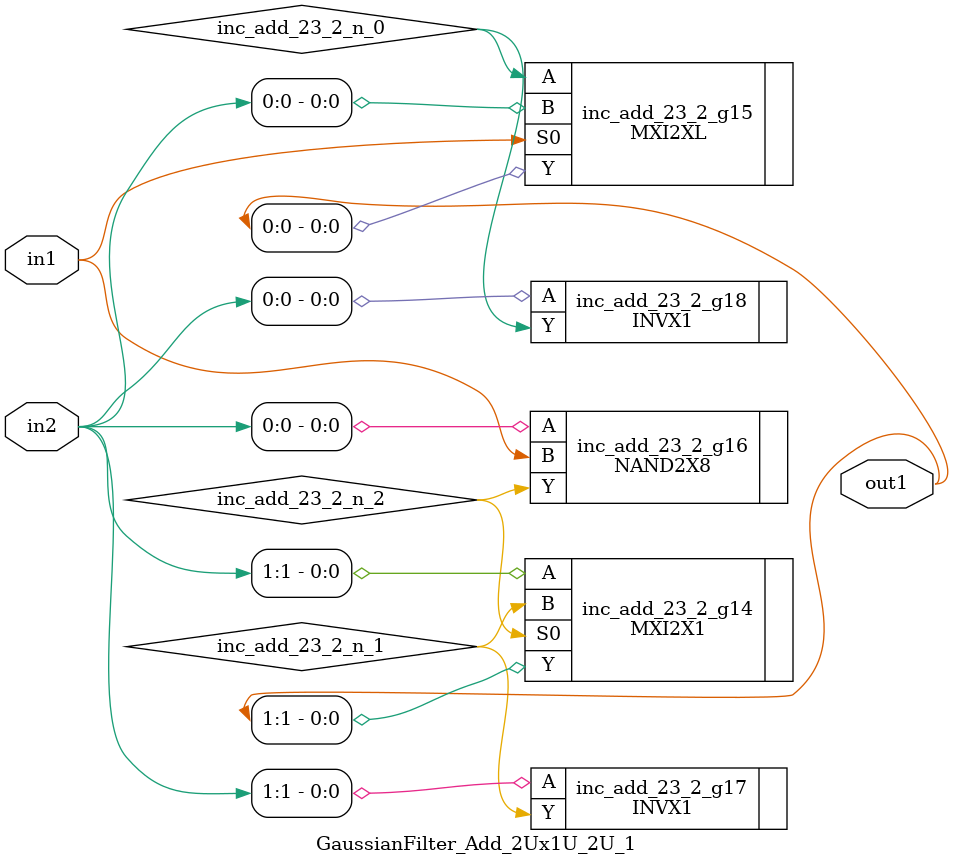
<source format=v>
`timescale 1ps / 1ps


module GaussianFilter_Add_2Ux1U_2U_1(in2, in1, out1);
  input [1:0] in2;
  input in1;
  output [1:0] out1;
  wire [1:0] in2;
  wire in1;
  wire [1:0] out1;
  wire inc_add_23_2_n_0, inc_add_23_2_n_1, inc_add_23_2_n_2;
  MXI2X1 inc_add_23_2_g14(.A (in2[1]), .B (inc_add_23_2_n_1), .S0
       (inc_add_23_2_n_2), .Y (out1[1]));
  MXI2XL inc_add_23_2_g15(.A (inc_add_23_2_n_0), .B (in2[0]), .S0
       (in1), .Y (out1[0]));
  NAND2X8 inc_add_23_2_g16(.A (in2[0]), .B (in1), .Y
       (inc_add_23_2_n_2));
  INVX1 inc_add_23_2_g17(.A (in2[1]), .Y (inc_add_23_2_n_1));
  INVX1 inc_add_23_2_g18(.A (in2[0]), .Y (inc_add_23_2_n_0));
endmodule



</source>
